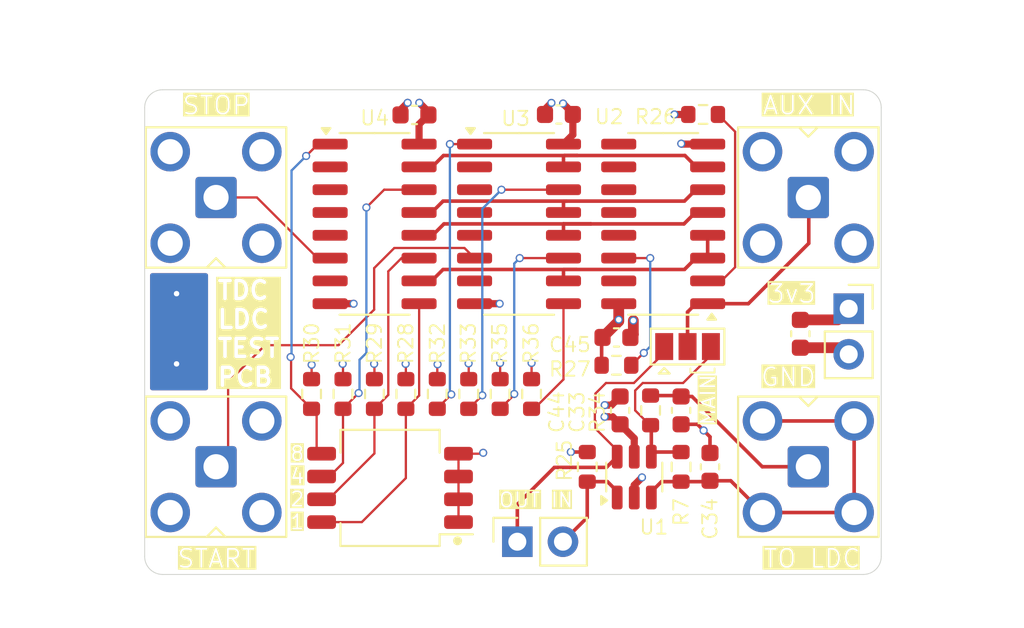
<source format=kicad_pcb>
(kicad_pcb (version 20241229) (generator "pcbnew") (generator_version "9.0")
  (layers (0 "F.Cu" signal) (4 "In1.Cu" signal) (6 "In2.Cu" signal) (2 "B.Cu" signal) (13 "F.Paste" user) (15 "B.Paste" user) (5 "F.SilkS" user "F.Silkscreen") (7 "B.SilkS" user "B.Silkscreen") (1 "F.Mask" user) (3 "B.Mask" user) (25 "Edge.Cuts" user))
  (net 0 "")
  (net 1 "GND")
  (net 2 "+3V3")
  (net 3 "Net-(J6-In)")
  (net 4 "Net-(J6-Ext)")
  (net 5 "Net-(J3-Pin_1)")
  (net 6 "Net-(J3-Pin_2)")
  (net 7 "/START")
  (net 8 "/STOP")
  (net 9 "Net-(U2A-MR)")
  (net 10 "Net-(U2B-MR)")
  (net 11 "/B0_STOP")
  (net 12 "/B1_STOP")
  (net 13 "/B3_STOP")
  (net 14 "/B2_STOP")
  (net 15 "/B3_START")
  (net 16 "/B2_START")
  (net 17 "/B1_START")
  (net 18 "/B0_START")
  (net 19 "/BCD2")
  (net 20 "/BCD0")
  (net 22 "/BCD1")
  (net 27 "/BCD3")
  (net 39 "Net-(JP3-B)")
  (net 40 "Net-(J9-In)")
  (footprint "Connector_PinSocket_2.54mm:PinSocket_1x02_P2.54mm_Vertical" (layer "F.Cu") (at 169.1894 52.197)
    (property "Reference" "J2" (hide yes))
    (property "Value" "Conn_01x02")
    (pad "1" thru_hole rect (at 0 0) (size 1.7 1.7) (drill 1) (layers "*.Cu" "*.Mask") (net 2 "+3V3"))
    (pad "2" thru_hole oval (at 0 2.54) (size 1.7 1.7) (drill 1) (layers "*.Cu" "*.Mask") (net 1 "GND"))
  )
  (footprint "Resistor_SMD:R_0603_1608Metric" (layer "F.Cu") (at 148.03755 56.9468 90)
    (property "Reference" "R33" (at 2.8194 -0.018143 90) (layer "F.SilkS") (effects (font (size 0.8 0.8) (thickness 0.1))))
    (property "Value" "220k")
    (pad "1" smd roundrect (at -0.825 0 90) (size 0.8 0.95) (layers "F.Cu" "F.Mask" "F.Paste") (net 16 "/B2_START"))
    (pad "2" smd roundrect (at 0.825 0 90) (size 0.8 0.95) (layers "F.Cu" "F.Mask" "F.Paste") (net 1 "GND"))
  )
  (footprint "gabe_connectors:SMA_BAT_Wireless_BWSMA-KWE-Z001" (layer "F.Cu") (at 166.9408 61 -90)
    (property "Reference" "J6" (hide yes))
    (property "Value" "Conn_Coaxial")
    (pad "1" thru_hole roundrect (at 0 0 270) (size 2.3 2.3) (drill 1.4) (layers "*.Cu" "*.Mask") (roundrect_rratio 0.087) (net 3 "Net-(J6-In)"))
    (pad "2" thru_hole circle (at -2.55 -2.55 270) (size 2.2 2.2) (drill 1.4) (layers "*.Cu" "*.Mask") (net 4 "Net-(J6-Ext)"))
    (pad "2" thru_hole circle (at -2.55 2.55 270) (size 2.2 2.2) (drill 1.4) (layers "*.Cu" "*.Mask") (net 4 "Net-(J6-Ext)"))
    (pad "2" thru_hole circle (at 2.55 -2.55 270) (size 2.2 2.2) (drill 1.4) (layers "*.Cu" "*.Mask") (net 4 "Net-(J6-Ext)"))
    (pad "2" thru_hole circle (at 2.55 2.55 270) (size 2.2 2.2) (drill 1.4) (layers "*.Cu" "*.Mask") (net 4 "Net-(J6-Ext)"))
  )
  (footprint "Package_SO:SOIC-16_3.9x9.9mm_P1.27mm" (layer "F.Cu") (at 150.8379 47.4726)
    (property "Reference" "U3" (at -0.1905 -5.8674 0) (layer "F.SilkS") (effects (font (size 0.8 0.8) (thickness 0.1))))
    (property "Value" "74HC85D,653")
    (pad "1" smd roundrect (at -2.475 -4.445) (size 1.95 0.6) (layers "F.Cu" "F.Mask" "F.Paste") (net 15 "/B3_START"))
    (pad "2" smd roundrect (at -2.475 -3.175) (size 1.95 0.6) (layers "F.Cu" "F.Mask" "F.Paste"))
    (pad "3" smd roundrect (at -2.475 -1.905) (size 1.95 0.6) (layers "F.Cu" "F.Mask" "F.Paste"))
    (pad "4" smd roundrect (at -2.475 -0.635) (size 1.95 0.6) (layers "F.Cu" "F.Mask" "F.Paste"))
    (pad "5" smd roundrect (at -2.475 0.635) (size 1.95 0.6) (layers "F.Cu" "F.Mask" "F.Paste"))
    (pad "6" smd roundrect (at -2.475 1.905) (size 1.95 0.6) (layers "F.Cu" "F.Mask" "F.Paste") (net 7 "/START"))
    (pad "7" smd roundrect (at -2.475 3.175) (size 1.95 0.6) (layers "F.Cu" "F.Mask" "F.Paste"))
    (pad "8" smd roundrect (at -2.475 4.445) (size 1.95 0.6) (layers "F.Cu" "F.Mask" "F.Paste") (net 1 "GND"))
    (pad "9" smd roundrect (at 2.475 4.445) (size 1.95 0.6) (layers "F.Cu" "F.Mask" "F.Paste") (net 18 "/B0_START"))
    (pad "10" smd roundrect (at 2.475 3.175) (size 1.95 0.6) (layers "F.Cu" "F.Mask" "F.Paste") (net 20 "/BCD0"))
    (pad "11" smd roundrect (at 2.475 1.905) (size 1.95 0.6) (layers "F.Cu" "F.Mask" "F.Paste") (net 17 "/B1_START"))
    (pad "12" smd roundrect (at 2.475 0.635) (size 1.95 0.6) (layers "F.Cu" "F.Mask" "F.Paste") (net 22 "/BCD1"))
    (pad "13" smd roundrect (at 2.475 -0.635) (size 1.95 0.6) (layers "F.Cu" "F.Mask" "F.Paste") (net 19 "/BCD2"))
    (pad "14" smd roundrect (at 2.475 -1.905) (size 1.95 0.6) (layers "F.Cu" "F.Mask" "F.Paste") (net 16 "/B2_START"))
    (pad "15" smd roundrect (at 2.475 -3.175) (size 1.95 0.6) (layers "F.Cu" "F.Mask" "F.Paste") (net 27 "/BCD3"))
    (pad "16" smd roundrect (at 2.475 -4.445) (size 1.95 0.6) (layers "F.Cu" "F.Mask" "F.Paste") (net 2 "+3V3"))
  )
  (footprint "Capacitor_SMD:C_0603_1608Metric" (layer "F.Cu") (at 156.464 57.8612 90)
    (property "Reference" "C44" (at -0.1016 -3.5306 90) (layer "F.SilkS") (effects (font (size 0.8 0.8) (thickness 0.1))))
    (property "Value" "100n")
    (pad "1" smd roundrect (at -0.775 0 90) (size 0.9 0.95) (layers "F.Cu" "F.Mask" "F.Paste") (net 2 "+3V3"))
    (pad "2" smd roundrect (at 0.775 0 90) (size 0.9 0.95) (layers "F.Cu" "F.Mask" "F.Paste") (net 1 "GND"))
  )
  (footprint "Package_SO:SOIC-16_3.9x9.9mm_P1.27mm" (layer "F.Cu") (at 142.7988 47.4726)
    (property "Reference" "U4" (at 0 -5.9 0) (layer "F.SilkS") (effects (font (size 0.8 0.8) (thickness 0.1))))
    (property "Value" "74HC85D,653")
    (pad "1" smd roundrect (at -2.475 -4.445) (size 1.95 0.6) (layers "F.Cu" "F.Mask" "F.Paste") (net 13 "/B3_STOP"))
    (pad "2" smd roundrect (at -2.475 -3.175) (size 1.95 0.6) (layers "F.Cu" "F.Mask" "F.Paste"))
    (pad "3" smd roundrect (at -2.475 -1.905) (size 1.95 0.6) (layers "F.Cu" "F.Mask" "F.Paste"))
    (pad "4" smd roundrect (at -2.475 -0.635) (size 1.95 0.6) (layers "F.Cu" "F.Mask" "F.Paste"))
    (pad "5" smd roundrect (at -2.475 0.635) (size 1.95 0.6) (layers "F.Cu" "F.Mask" "F.Paste"))
    (pad "6" smd roundrect (at -2.475 1.905) (size 1.95 0.6) (layers "F.Cu" "F.Mask" "F.Paste") (net 8 "/STOP"))
    (pad "7" smd roundrect (at -2.475 3.175) (size 1.95 0.6) (layers "F.Cu" "F.Mask" "F.Paste"))
    (pad "8" smd roundrect (at -2.475 4.445) (size 1.95 0.6) (layers "F.Cu" "F.Mask" "F.Paste") (net 1 "GND"))
    (pad "9" smd roundrect (at 2.475 4.445) (size 1.95 0.6) (layers "F.Cu" "F.Mask" "F.Paste") (net 11 "/B0_STOP"))
    (pad "10" smd roundrect (at 2.475 3.175) (size 1.95 0.6) (layers "F.Cu" "F.Mask" "F.Paste") (net 20 "/BCD0"))
    (pad "11" smd roundrect (at 2.475 1.905) (size 1.95 0.6) (layers "F.Cu" "F.Mask" "F.Paste") (net 12 "/B1_STOP"))
    (pad "12" smd roundrect (at 2.475 0.635) (size 1.95 0.6) (layers "F.Cu" "F.Mask" "F.Paste") (net 22 "/BCD1"))
    (pad "13" smd roundrect (at 2.475 -0.635) (size 1.95 0.6) (layers "F.Cu" "F.Mask" "F.Paste") (net 19 "/BCD2"))
    (pad "14" smd roundrect (at 2.475 -1.905) (size 1.95 0.6) (layers "F.Cu" "F.Mask" "F.Paste") (net 14 "/B2_STOP"))
    (pad "15" smd roundrect (at 2.475 -3.175) (size 1.95 0.6) (layers "F.Cu" "F.Mask" "F.Paste") (net 27 "/BCD3"))
    (pad "16" smd roundrect (at 2.475 -4.445) (size 1.95 0.6) (layers "F.Cu" "F.Mask" "F.Paste") (net 2 "+3V3"))
  )
  (footprint "Resistor_SMD:R_0603_1608Metric" (layer "F.Cu") (at 159.858 61.0065 90)
    (property "Reference" "R7" (at -2.518948 0 90) (layer "F.SilkS") (effects (font (size 0.8 0.8) (thickness 0.1))))
    (property "Value" "10Meg")
    (pad "1" smd roundrect (at -0.825 0 90) (size 0.8 0.95) (layers "F.Cu" "F.Mask" "F.Paste") (net 4 "Net-(J6-Ext)"))
    (pad "2" smd roundrect (at 0.825 0 90) (size 0.8 0.95) (layers "F.Cu" "F.Mask" "F.Paste") (net 39 "Net-(JP3-B)"))
  )
  (footprint "Jumper:SolderJumper-3_P1.3mm_Open_Pad1.0x1.5mm" (layer "F.Cu") (at 160.2186 54.3052)
    (property "Reference" "JP3" (hide yes))
    (property "Value" "Jumper_3_Open")
    (pad "1" smd rect (at -1.3 0) (size 1 1.5) (layers "F.Cu" "F.Mask") (net 5 "Net-(J3-Pin_1)"))
    (pad "2" smd rect (at 0 0) (size 1 1.5) (layers "F.Cu" "F.Mask") (net 40 "Net-(J9-In)"))
    (pad "3" smd rect (at 1.3 0) (size 1 1.5) (layers "F.Cu" "F.Mask") (net 39 "Net-(JP3-B)"))
  )
  (footprint "Resistor_SMD:R_0603_1608Metric" (layer "F.Cu") (at 139.290425 56.9468 90)
    (property "Reference" "R30" (at 2.8194 0.010886 90) (layer "F.SilkS") (effects (font (size 0.8 0.8) (thickness 0.1))))
    (property "Value" "220k")
    (pad "1" smd roundrect (at -0.825 0 90) (size 0.8 0.95) (layers "F.Cu" "F.Mask" "F.Paste") (net 13 "/B3_STOP"))
    (pad "2" smd roundrect (at 0.825 0 90) (size 0.8 0.95) (layers "F.Cu" "F.Mask" "F.Paste") (net 1 "GND"))
  )
  (footprint "Button_Switch_SMD:SW_DIP_SPSTx04_Slide_Copal_CHS-04B_W7.62mm_P1.27mm" (layer "F.Cu") (at 143.6592 62.1792 180)
    (property "Reference" "SW1" (hide yes))
    (property "Value" "SW_DIP_x04")
    (pad "1" smd roundrect (at -3.81 -1.905 180) (size 1.6 0.76) (layers "F.Cu" "F.Mask" "F.Paste") (net 2 "+3V3"))
    (pad "2" smd roundrect (at -3.81 -0.635 180) (size 1.6 0.76) (layers "F.Cu" "F.Mask" "F.Paste") (net 2 "+3V3"))
    (pad "3" smd roundrect (at -3.81 0.635 180) (size 1.6 0.76) (layers "F.Cu" "F.Mask" "F.Paste") (net 2 "+3V3"))
    (pad "4" smd roundrect (at -3.81 1.905 180) (size 1.6 0.76) (layers "F.Cu" "F.Mask" "F.Paste") (net 2 "+3V3"))
    (pad "5" smd roundrect (at 3.81 1.905 180) (size 1.6 0.76) (layers "F.Cu" "F.Mask" "F.Paste") (net 13 "/B3_STOP"))
    (pad "6" smd roundrect (at 3.81 0.635 180) (size 1.6 0.76) (layers "F.Cu" "F.Mask" "F.Paste") (net 14 "/B2_STOP"))
    (pad "7" smd roundrect (at 3.81 -0.635 180) (size 1.6 0.76) (layers "F.Cu" "F.Mask" "F.Paste") (net 12 "/B1_STOP"))
    (pad "8" smd roundrect (at 3.81 -1.905 180) (size 1.6 0.76) (layers "F.Cu" "F.Mask" "F.Paste") (net 11 "/B0_STOP"))
  )
  (footprint "Capacitor_SMD:C_0603_1608Metric" (layer "F.Cu") (at 156.2608 53.7972)
    (property "Reference" "C45" (at -2.5908 0.4064 0) (layer "F.SilkS") (effects (font (size 0.8 0.8) (thickness 0.1))))
    (property "Value" "100n")
    (pad "1" smd roundrect (at -0.775 0) (size 0.9 0.95) (layers "F.Cu" "F.Mask" "F.Paste") (net 2 "+3V3"))
    (pad "2" smd roundrect (at 0.775 0) (size 0.9 0.95) (layers "F.Cu" "F.Mask" "F.Paste") (net 1 "GND"))
  )
  (footprint "Capacitor_SMD:C_0603_1608Metric" (layer "F.Cu") (at 161.4678 61.0065 -90)
    (property "Reference" "C34" (at 2.8999 0 90) (layer "F.SilkS") (effects (font (size 0.8 0.8) (thickness 0.1))))
    (property "Value" "1n")
    (pad "1" smd roundrect (at -0.775 0 270) (size 0.9 0.95) (layers "F.Cu" "F.Mask" "F.Paste") (net 1 "GND"))
    (pad "2" smd roundrect (at 0.775 0 270) (size 0.9 0.95) (layers "F.Cu" "F.Mask" "F.Paste") (net 4 "Net-(J6-Ext)"))
  )
  (footprint "Resistor_SMD:R_0603_1608Metric" (layer "F.Cu") (at 142.789275 56.9468 90)
    (property "Reference" "R29" (at 2.8194 0.003629 90) (layer "F.SilkS") (effects (font (size 0.8 0.8) (thickness 0.1))))
    (property "Value" "220k")
    (pad "1" smd roundrect (at -0.825 0 90) (size 0.8 0.95) (layers "F.Cu" "F.Mask" "F.Paste") (net 12 "/B1_STOP"))
    (pad "2" smd roundrect (at 0.825 0 90) (size 0.8 0.95) (layers "F.Cu" "F.Mask" "F.Paste") (net 1 "GND"))
  )
  (footprint "Capacitor_SMD:C_0603_1608Metric" (layer "F.Cu") (at 166.497 53.594 -90)
    (property "Reference" "C29" (hide yes))
    (property "Value" "1u")
    (pad "1" smd roundrect (at -0.775 0 270) (size 0.9 0.95) (layers "F.Cu" "F.Mask" "F.Paste") (net 2 "+3V3"))
    (pad "2" smd roundrect (at 0.775 0 270) (size 0.9 0.95) (layers "F.Cu" "F.Mask" "F.Paste") (net 1 "GND"))
  )
  (footprint "Resistor_SMD:R_0603_1608Metric" (layer "F.Cu") (at 156.2608 55.3466)
    (property "Reference" "R27" (at -2.5908 0.2159 0) (layer "F.SilkS") (effects (font (size 0.8 0.8) (thickness 0.1))))
    (property "Value" "220k")
    (pad "1" smd roundrect (at -0.825 0) (size 0.8 0.95) (layers "F.Cu" "F.Mask" "F.Paste") (net 2 "+3V3"))
    (pad "2" smd roundrect (at 0.825 0) (size 0.8 0.95) (layers "F.Cu" "F.Mask" "F.Paste") (net 10 "Net-(U2B-MR)"))
  )
  (footprint "Package_TO_SOT_SMD:SOT-23-6" (layer "F.Cu") (at 157.2514 61.5765 90)
    (property "Reference" "U1" (at -2.7871 1.0922 180) (layer "F.SilkS") (effects (font (size 0.8 0.8) (thickness 0.1))))
    (property "Value" "74LVC2GU04")
    (pad "1" smd roundrect (at -1.1375 -0.95 90) (size 1.325 0.6) (layers "F.Cu" "F.Mask" "F.Paste") (net 6 "Net-(J3-Pin_2)"))
    (pad "2" smd roundrect (at -1.1375 0 90) (size 1.325 0.6) (layers "F.Cu" "F.Mask" "F.Paste") (net 1 "GND"))
    (pad "3" smd roundrect (at -1.1375 0.95 90) (size 1.325 0.6) (layers "F.Cu" "F.Mask" "F.Paste") (net 4 "Net-(J6-Ext)"))
    (pad "4" smd roundrect (at 1.1375 0.95 90) (size 1.325 0.6) (layers "F.Cu" "F.Mask" "F.Paste") (net 39 "Net-(JP3-B)"))
    (pad "5" smd roundrect (at 1.1375 0 90) (size 1.325 0.6) (layers "F.Cu" "F.Mask" "F.Paste") (net 2 "+3V3"))
    (pad "6" smd roundrect (at 1.1375 -0.95 90) (size 1.325 0.6) (layers "F.Cu" "F.Mask" "F.Paste") (net 5 "Net-(J3-Pin_1)"))
  )
  (footprint "Resistor_SMD:R_0603_1608Metric" (layer "F.Cu") (at 141.03985 56.9468 90)
    (property "Reference" "R31" (at 2.8194 0.007257 90) (layer "F.SilkS") (effects (font (size 0.8 0.8) (thickness 0.1))))
    (property "Value" "220k")
    (pad "1" smd roundrect (at -0.825 0 90) (size 0.8 0.95) (layers "F.Cu" "F.Mask" "F.Paste") (net 14 "/B2_STOP"))
    (pad "2" smd roundrect (at 0.825 0 90) (size 0.8 0.95) (layers "F.Cu" "F.Mask" "F.Paste") (net 1 "GND"))
  )
  (footprint "Resistor_SMD:R_0603_1608Metric" (layer "F.Cu") (at 144.5387 56.9468 90)
    (property "Reference" "R28" (at 2.8194 0 90) (layer "F.SilkS") (effects (font (size 0.8 0.8) (thickness 0.1))))
    (property "Value" "220k")
    (pad "1" smd roundrect (at -0.825 0 90) (size 0.8 0.95) (layers "F.Cu" "F.Mask" "F.Paste") (net 11 "/B0_STOP"))
    (pad "2" smd roundrect (at 0.825 0 90) (size 0.8 0.95) (layers "F.Cu" "F.Mask" "F.Paste") (net 1 "GND"))
  )
  (footprint "Resistor_SMD:R_0603_1608Metric" (layer "F.Cu") (at 161.0828 41.3766 180)
    (property "Reference" "R26" (at 2.6376 -0.127 0) (layer "F.SilkS") (effects (font (size 0.8 0.8) (thickness 0.1))))
    (property "Value" "220k")
    (pad "1" smd roundrect (at -0.825 0 180) (size 0.8 0.95) (layers "F.Cu" "F.Mask" "F.Paste") (net 9 "Net-(U2A-MR)"))
    (pad "2" smd roundrect (at 0.825 0 180) (size 0.8 0.95) (layers "F.Cu" "F.Mask" "F.Paste") (net 1 "GND"))
  )
  (footprint "Package_SO:SOIC-16_3.9x9.9mm_P1.27mm" (layer "F.Cu") (at 158.8628 47.4726 180)
    (property "Reference" "U2" (at 3.0084 5.969 0) (layer "F.SilkS") (effects (font (size 0.8 0.8) (thickness 0.1))))
    (property "Value" "74HC390D,653")
    (pad "1" smd roundrect (at -2.475 -4.445 180) (size 1.95 0.6) (layers "F.Cu" "F.Mask" "F.Paste") (net 40 "Net-(J9-In)"))
    (pad "2" smd roundrect (at -2.475 -3.175 180) (size 1.95 0.6) (layers "F.Cu" "F.Mask" "F.Paste") (net 9 "Net-(U2A-MR)"))
    (pad "3" smd roundrect (at -2.475 -1.905 180) (size 1.95 0.6) (layers "F.Cu" "F.Mask" "F.Paste") (net 20 "/BCD0"))
    (pad "4" smd roundrect (at -2.475 -0.635 180) (size 1.95 0.6) (layers "F.Cu" "F.Mask" "F.Paste") (net 20 "/BCD0"))
    (pad "5" smd roundrect (at -2.475 0.635 180) (size 1.95 0.6) (layers "F.Cu" "F.Mask" "F.Paste") (net 22 "/BCD1"))
    (pad "6" smd roundrect (at -2.475 1.905 180) (size 1.95 0.6) (layers "F.Cu" "F.Mask" "F.Paste") (net 19 "/BCD2"))
    (pad "7" smd roundrect (at -2.475 3.175 180) (size 1.95 0.6) (layers "F.Cu" "F.Mask" "F.Paste") (net 27 "/BCD3"))
    (pad "8" smd roundrect (at -2.475 4.445 180) (size 1.95 0.6) (layers "F.Cu" "F.Mask" "F.Paste") (net 1 "GND"))
    (pad "9" smd roundrect (at 2.475 4.445 180) (size 1.95 0.6) (layers "F.Cu" "F.Mask" "F.Paste"))
    (pad "10" smd roundrect (at 2.475 3.175 180) (size 1.95 0.6) (layers "F.Cu" "F.Mask" "F.Paste"))
    (pad "11" smd roundrect (at 2.475 1.905 180) (size 1.95 0.6) (layers "F.Cu" "F.Mask" "F.Paste"))
    (pad "12" smd roundrect (at 2.475 0.635 180) (size 1.95 0.6) (layers "F.Cu" "F.Mask" "F.Paste"))
    (pad "13" smd roundrect (at 2.475 -0.635 180) (size 1.95 0.6) (layers "F.Cu" "F.Mask" "F.Paste"))
    (pad "14" smd roundrect (at 2.475 -1.905 180) (size 1.95 0.6) (layers "F.Cu" "F.Mask" "F.Paste") (net 10 "Net-(U2B-MR)"))
    (pad "15" smd roundrect (at 2.475 -3.175 180) (size 1.95 0.6) (layers "F.Cu" "F.Mask" "F.Paste"))
    (pad "16" smd roundrect (at 2.475 -4.445 180) (size 1.95 0.6) (layers "F.Cu" "F.Mask" "F.Paste") (net 2 "+3V3"))
  )
  (footprint "Resistor_SMD:R_0603_1608Metric" (layer "F.Cu") (at 158.161 57.861 -90)
    (property "Reference" "R34" (at 0.1018 2.967 90) (layer "F.SilkS") (effects (font (size 0.8 0.8) (thickness 0.1))))
    (property "Value" "49.9")
    (pad "1" smd roundrect (at -0.825 0 270) (size 0.8 0.95) (layers "F.Cu" "F.Mask" "F.Paste") (net 3 "Net-(J6-In)"))
    (pad "2" smd roundrect (at 0.825 0 270) (size 0.8 0.95) (layers "F.Cu" "F.Mask" "F.Paste") (net 39 "Net-(JP3-B)"))
  )
  (footprint "Connector_PinSocket_2.54mm:PinSocket_1x02_P2.54mm_Vertical" (layer "F.Cu") (at 150.7436 65.1768 90)
    (property "Reference" "J3" (hide yes))
    (property "Value" "Conn_01x02")
    (pad "1" thru_hole rect (at 0 0 90) (size 1.7 1.7) (drill 1) (layers "*.Cu" "*.Mask") (net 5 "Net-(J3-Pin_1)"))
    (pad "2" thru_hole oval (at 0 2.54 90) (size 1.7 1.7) (drill 1) (layers "*.Cu" "*.Mask") (net 6 "Net-(J3-Pin_2)"))
  )
  (footprint "Resistor_SMD:R_0603_1608Metric" (layer "F.Cu") (at 146.288125 56.9468 90)
    (property "Reference" "R32" (at 2.8194 0.014514 90) (layer "F.SilkS") (effects (font (size 0.8 0.8) (thickness 0.1))))
    (property "Value" "220k")
    (pad "1" smd roundrect (at -0.825 0 90) (size 0.8 0.95) (layers "F.Cu" "F.Mask" "F.Paste") (net 15 "/B3_START"))
    (pad "2" smd roundrect (at 0.825 0 90) (size 0.8 0.95) (layers "F.Cu" "F.Mask" "F.Paste") (net 1 "GND"))
  )
  (footprint "gabe_connectors:SMA_BAT_Wireless_BWSMA-KWE-Z001" (layer "F.Cu") (at 166.9408 46 -90)
    (property "Reference" "J9" (hide yes))
    (property "Value" "Conn_Coaxial")
    (pad "1" thru_hole roundrect (at 0 0 270) (size 2.3 2.3) (drill 1.4) (layers "*.Cu" "*.Mask") (roundrect_rratio 0.087) (net 40 "Net-(J9-In)"))
    (pad "2" thru_hole circle (at -2.55 -2.55 270) (size 2.2 2.2) (drill 1.4) (layers "*.Cu" "*.Mask") (net 1 "GND"))
    (pad "2" thru_hole circle (at -2.55 2.55 270) (size 2.2 2.2) (drill 1.4) (layers "*.Cu" "*.Mask") (net 1 "GND"))
    (pad "2" thru_hole circle (at 2.55 -2.55 270) (size 2.2 2.2) (drill 1.4) (layers "*.Cu" "*.Mask") (net 1 "GND"))
    (pad "2" thru_hole circle (at 2.55 2.55 270) (size 2.2 2.2) (drill 1.4) (layers "*.Cu" "*.Mask") (net 1 "GND"))
  )
  (footprint "Capacitor_SMD:C_0603_1608Metric" (layer "F.Cu") (at 153.0579 41.3766 180)
    (property "Reference" "C46" (hide yes))
    (property "Value" "100n")
    (pad "1" smd roundrect (at -0.775 0 180) (size 0.9 0.95) (layers "F.Cu" "F.Mask" "F.Paste") (net 2 "+3V3"))
    (pad "2" smd roundrect (at 0.775 0 180) (size 0.9 0.95) (layers "F.Cu" "F.Mask" "F.Paste") (net 1 "GND"))
  )
  (footprint "gabe_connectors:SMA_BAT_Wireless_BWSMA-KWE-Z001" (layer "F.Cu") (at 133.973 46 90)
    (property "Reference" "J8" (hide yes))
    (property "Value" "Conn_Coaxial")
    (pad "1" thru_hole roundrect (at 0 0 90) (size 2.3 2.3) (drill 1.4) (layers "*.Cu" "*.Mask") (roundrect_rratio 0.087) (net 8 "/STOP"))
    (pad "2" thru_hole circle (at -2.55 -2.55 90) (size 2.2 2.2) (drill 1.4) (layers "*.Cu" "*.Mask") (net 1 "GND"))
    (pad "2" thru_hole circle (at -2.55 2.55 90) (size 2.2 2.2) (drill 1.4) (layers "*.Cu" "*.Mask") (net 1 "GND"))
    (pad "2" thru_hole circle (at 2.55 -2.55 90) (size 2.2 2.2) (drill 1.4) (layers "*.Cu" "*.Mask") (net 1 "GND"))
    (pad "2" thru_hole circle (at 2.55 2.55 90) (size 2.2 2.2) (drill 1.4) (layers "*.Cu" "*.Mask") (net 1 "GND"))
  )
  (footprint "Resistor_SMD:R_0603_1608Metric" (layer "F.Cu") (at 151.5364 56.9468 90)
    (property "Reference" "R36" (at 2.8194 -0.0254 90) (layer "F.SilkS") (effects (font (size 0.8 0.8) (thickness 0.1))))
    (property "Value" "220k")
    (pad "1" smd roundrect (at -0.825 0 90) (size 0.8 0.95) (layers "F.Cu" "F.Mask" "F.Paste") (net 18 "/B0_START"))
    (pad "2" smd roundrect (at 0.825 0 90) (size 0.8 0.95) (layers "F.Cu" "F.Mask" "F.Paste") (net 1 "GND"))
  )
  (footprint "Capacitor_SMD:C_0603_1608Metric" (layer "F.Cu") (at 145.0188 41.402 180)
    (property "Reference" "C47" (hide yes))
    (property "Value" "100n")
    (pad "1" smd roundrect (at -0.775 0 180) (size 0.9 0.95) (layers "F.Cu" "F.Mask" "F.Paste") (net 2 "+3V3"))
    (pad "2" smd roundrect (at 0.775 0 180) (size 0.9 0.95) (layers "F.Cu" "F.Mask" "F.Paste") (net 1 "GND"))
  )
  (footprint "Resistor_SMD:R_0603_1608Metric" (layer "F.Cu") (at 149.786975 56.9468 90)
    (property "Reference" "R35" (at 2.8194 -0.021771 90) (layer "F.SilkS") (effects (font (size 0.8 0.8) (thickness 0.1))))
    (property "Value" "220k")
    (pad "1" smd roundrect (at -0.825 0 90) (size 0.8 0.95) (layers "F.Cu" "F.Mask" "F.Paste") (net 17 "/B1_START"))
    (pad "2" smd roundrect (at 0.825 0 90) (size 0.8 0.95) (layers "F.Cu" "F.Mask" "F.Paste") (net 1 "GND"))
  )
  (footprint "Capacitor_SMD:C_0603_1608Metric" (layer "F.Cu") (at 159.858 57.861 90)
    (property "Reference" "C33" (at -0.1018 -5.7943 90) (layer "F.SilkS") (effects (font (size 0.8 0.8) (thickness 0.1))))
    (property "Value" "1n")
    (pad "1" smd roundrect (at -0.775 0 90) (size 0.9 0.95) (layers "F.Cu" "F.Mask" "F.Paste") (net 1 "GND"))
    (pad "2" smd roundrect (at 0.775 0 90) (size 0.9 0.95) (layers "F.Cu" "F.Mask" "F.Paste") (net 3 "Net-(J6-In)"))
  )
  (footprint "Resistor_SMD:R_0603_1608Metric" (layer "F.Cu") (at 154.6352 61.0065 90)
    (property "Reference" "R25" (at 0.3513 -1.27 90) (layer "F.SilkS") (effects (font (size 0.8 0.8) (thickness 0.1))))
    (property "Value" "220k")
    (pad "1" smd roundrect (at -0.825 0 90) (size 0.8 0.95) (layers "F.Cu" "F.Mask" "F.Paste") (net 6 "Net-(J3-Pin_2)"))
    (pad "2" smd roundrect (at 0.825 0 90) (size 0.8 0.95) (layers "F.Cu" "F.Mask" "F.Paste") (net 1 "GND"))
  )
  (footprint "gabe_connectors:SMA_BAT_Wireless_BWSMA-KWE-Z001" (layer "F.Cu") (at 133.973 61 90)
    (property "Reference" "J7" (hide yes))
    (property "Value" "Conn_Coaxial")
    (pad "1" thru_hole roundrect (at 0 0 90) (size 2.3 2.3) (drill 1.4) (layers "*.Cu" "*.Mask") (roundrect_rratio 0.087) (net 7 "/START"))
    (pad "2" thru_hole circle (at -2.55 -2.55 90) (size 2.2 2.2) (drill 1.4) (layers "*.Cu" "*.Mask") (net 1 "GND"))
    (pad "2" thru_hole circle (at -2.55 2.55 90) (size 2.2 2.2) (drill 1.4) (layers "*.Cu" "*.Mask") (net 1 "GND"))
    (pad "2" thru_hole circle (at 2.55 -2.55 90) (size 2.2 2.2) (drill 1.4) (layers "*.Cu" "*.Mask") (net 1 "GND"))
    (pad "2" thru_hole circle (at 2.55 2.55 90) (size 2.2 2.2) (drill 1.4) (layers "*.Cu" "*.Mask") (net 1 "GND"))
  )
  (gr_line (start 161.7218 55.753) (end 160.3756 55.753) (stroke (width 0.1)) (layer "F.SilkS"))
  (gr_circle (center 147.4184 65.1256) (end 147.6184 65.1256) (stroke (width 0.1)) (fill yes) (layer "F.SilkS"))
  (gr_line (start 161.7218 55.5244) (end 161.7218 55.753) (stroke (width 0.1)) (layer "F.SilkS"))
  (gr_line (start 160.3756 55.753) (end 160.3756 55.5244) (stroke (width 0.1)) (layer "F.SilkS"))
  (gr_line (start 171 66) (end 171 41) (stroke (width 0.05)) (layer "Edge.Cuts"))
  (gr_arc (start 171 66) (mid 170.707107 66.707107) (end 170 67) (stroke (width 0.05)) (layer "Edge.Cuts"))
  (gr_arc (start 131 67) (mid 130.292893 66.707107) (end 130 66) (stroke (width 0.05)) (layer "Edge.Cuts"))
  (gr_line (start 170 40) (end 131 40) (stroke (width 0.05)) (layer "Edge.Cuts"))
  (gr_line (start 130 41) (end 130 66) (stroke (width 0.05)) (layer "Edge.Cuts"))
  (gr_arc (start 130 41) (mid 130.292893 40.292893) (end 131 40) (stroke (width 0.05)) (layer "Edge.Cuts"))
  (gr_line (start 131 67) (end 170 67) (stroke (width 0.05)) (layer "Edge.Cuts"))
  (gr_arc (start 170 40) (mid 170.707107 40.292893) (end 171 41) (stroke (width 0.05)) (layer "Edge.Cuts"))
  (gr_text "IN" (at 152.5524 63.3222 0) (layer "F.SilkS" knockout) (effects (font (size 0.8 0.8) (thickness 0.1)) (justify left bottom)))
  (gr_text "TDC \nLDC\nTEST \nPCB" (at 133.9596 56.5912 0) (layer "F.SilkS" knockout) (effects (font (size 1 1) (thickness 0.2) (bold yes)) (justify left bottom)))
  (gr_text "TO LDC" (at 164.3888 66.7004 0) (layer "F.SilkS" knockout) (effects (font (size 1 1) (thickness 0.1)) (justify left bottom)))
  (gr_text "OUT" (at 149.6568 63.3222 0) (layer "F.SilkS" knockout) (effects (font (size 0.8 0.8) (thickness 0.1)) (justify left bottom)))
  (gr_text "GND" (at 164.2364 56.5912 0) (layer "F.SilkS" knockout) (effects (font (size 1 1) (thickness 0.1)) (justify left bottom)))
  (gr_text "1" (at 138.049 64.5407 0) (layer "F.SilkS" knockout) (effects (font (size 0.8 0.8) (thickness 0.1)) (justify left bottom)))
  (gr_text "START" (at 131.756333 66.7004 0) (layer "F.SilkS" knockout) (effects (font (size 1 1) (thickness 0.1)) (justify left bottom)))
  (gr_text "2" (at 138.049 63.2707 0) (layer "F.SilkS" knockout) (effects (font (size 0.8 0.8) (thickness 0.1)) (justify left bottom)))
  (gr_text "8" (at 138.049 60.7307 0) (layer "F.SilkS" knockout) (effects (font (size 0.8 0.8) (thickness 0.1)) (justify left bottom)))
  (gr_text "MAIN" (at 161.8234 58.7502 90) (layer "F.SilkS" knockout) (effects (font (size 0.8 0.8) (thickness 0.1)) (justify left bottom)))
  (gr_text "AUX IN" (at 164.344772 41.4528 0) (layer "F.SilkS" knockout) (effects (font (size 1 1) (thickness 0.1)) (justify left bottom)))
  (gr_text "STOP" (at 132.042048 41.4528 0) (layer "F.SilkS" knockout) (effects (font (size 1 1) (thickness 0.1)) (justify left bottom)))
  (gr_text "4" (at 138.049 62.0007 0) (layer "F.SilkS" knockout) (effects (font (size 0.8 0.8) (thickness 0.1)) (justify left bottom)))
  (gr_text "3v3" (at 164.617352 51.943 0) (layer "F.SilkS" knockout) (effects (font (size 1 1) (thickness 0.1)) (justify left bottom)))
  (segment (start 161.4678 60.2315) (end 161.4678 59.3344) (width 0.2) (layer "F.Cu") (net 1))
  (segment (start 168.8214 54.369) (end 169.1894 54.737) (width 0.6) (layer "F.Cu") (net 1))
  (segment (start 139.2936 55.3212) (end 139.2936 56.118625) (width 0.127) (layer "F.Cu") (net 1))
  (segment (start 142.7734 55.36565) (end 142.789275 55.381525) (width 0.127) (layer "F.Cu") (net 1))
  (segment (start 160.7694 58.636) (end 161.1122 58.9788) (width 0.2) (layer "F.Cu") (net 1))
  (segment (start 148.3629 51.9176) (end 149.7584 51.9176) (width 0.4) (layer "F.Cu") (net 1))
  (segment (start 159.858 58.636) (end 160.7694 58.636) (width 0.2) (layer "F.Cu") (net 1))
  (segment (start 166.497 54.369) (end 168.8214 54.369) (width 0.6) (layer "F.Cu") (net 1))
  (segment (start 142.7734 55.2704) (end 142.7734 55.36565) (width 0.127) (layer "F.Cu") (net 1))
  (segment (start 144.2438 41.402) (end 144.2438 41.119197) (width 0.4) (layer "F.Cu") (net 1))
  (segment (start 157.2006 53.6324) (end 157.2006 52.8574) (width 0.6) (layer "F.Cu") (net 1))
  (segment (start 161.4678 59.3344) (end 161.1122 58.9788) (width 0.2) (layer "F.Cu") (net 1))
  (segment (start 144.526 55.3466) (end 144.5387 55.3593) (width 0.127) (layer "F.Cu") (net 1))
  (segment (start 159.4866 41.3766) (end 160.2578 41.3766) (width 0.4) (layer "F.Cu") (net 1))
  (segment (start 144.5387 55.3593) (end 144.5387 56.1218) (width 0.127) (layer "F.Cu") (net 1))
  (segment (start 159.893 43.0276) (end 159.8676 43.0022) (width 0.4) (layer "F.Cu") (net 1))
  (segment (start 140.3238 51.9176) (end 141.6304 51.9176) (width 0.4) (layer "F.Cu") (net 1))
  (segment (start 144.2438 41.119197) (end 144.637997 40.725) (width 0.4) (layer "F.Cu") (net 1))
  (segment (start 144.526 55.2704) (end 144.526 55.3466) (width 0.127) (layer "F.Cu") (net 1))
  (segment (start 146.288125 56.1218) (end 146.288125 55.311675) (width 0.127) (layer "F.Cu") (net 1))
  (segment (start 152.2829 41.3766) (end 152.2829 41.088042) (width 0.4) (layer "F.Cu") (net 1))
  (segment (start 152.2829 41.088042) (end 152.639998 40.730944) (width 0.4) (layer "F.Cu") (net 1))
  (segment (start 149.786975 55.222775) (end 149.786975 56.1218) (width 0.127) (layer "F.Cu") (net 1))
  (segment (start 148.03755 55.25135) (end 148.03755 56.1218) (width 0.127) (layer "F.Cu") (net 1))
  (segment (start 141.03985 55.28945) (end 141.0208 55.2704) (width 0.127) (layer "F.Cu") (net 1))
  (segment (start 139.2936 56.118625) (end 139.290425 56.1218) (width 0.127) (layer "F.Cu") (net 1))
  (segment (start 157.2514 62.0268) (end 157.6832 61.595) (width 0.4) (layer "F.Cu") (net 1))
  (segment (start 149.7838 55.2196) (end 149.786975 55.222775) (width 0.127) (layer "F.Cu") (net 1))
  (segment (start 161.3378 43.0276) (end 159.893 43.0276) (width 0.4) (layer "F.Cu") (net 1))
  (segment (start 151.5364 56.1218) (end 151.5364 55.2196) (width 0.127) (layer "F.Cu") (net 1))
  (segment (start 155.980733 57.569467) (end 156.464 57.0862) (width 0.4) (layer "F.Cu") (net 1))
  (segment (start 148.0312 55.245) (end 148.03755 55.25135) (width 0.127) (layer "F.Cu") (net 1))
  (segment (start 146.288125 55.311675) (end 146.304 55.2958) (width 0.127) (layer "F.Cu") (net 1))
  (segment (start 157.2514 62.714) (end 157.2514 62.0268) (width 0.4) (layer "F.Cu") (net 1))
  (segment (start 148.03755 56.170762) (end 148.0312 56.177112) (width 0.127) (layer "F.Cu") (net 1))
  (segment (start 142.789275 55.381525) (end 142.789275 56.1218) (width 0.127) (layer "F.Cu") (net 1))
  (segment (start 155.608448 57.569467) (end 155.980733 57.569467) (width 0.4) (layer "F.Cu") (net 1))
  (segment (start 141.03985 56.1218) (end 141.03985 55.28945) (width 0.127) (layer "F.Cu") (net 1))
  (segment (start 157.0358 53.7972) (end 157.2006 53.6324) (width 0.6) (layer "F.Cu") (net 1))
  (segment (start 153.7208 60.1815) (end 154.6352 60.1815) (width 0.2) (layer "F.Cu") (net 1))
  (via (at 157.2006 52.8574) (size 0.45) (drill 0.3) (layers "F.Cu" "B.Cu") (net 1))
  (via (at 159.4866 41.3766) (size 0.45) (drill 0.3) (layers "F.Cu" "B.Cu") (net 1))
  (via (at 141.6304 51.9176) (size 0.45) (drill 0.3) (layers "F.Cu" "B.Cu") (net 1))
  (via (at 161.1122 58.9788) (size 0.45) (drill 0.3) (layers "F.Cu" "B.Cu") (net 1))
  (via (at 141.0208 55.2704) (size 0.45) (drill 0.3) (layers "F.Cu" "B.Cu") (net 1))
  (via (at 131.7752 51.3588) (size 0.45) (drill 0.3) (layers "F.Cu" "B.Cu") (net 1))
  (via (at 157.6832 61.595) (size 0.45) (drill 0.3) (layers "F.Cu" "B.Cu") (net 1))
  (via (at 151.5364 55.2196) (size 0.45) (drill 0.3) (layers "F.Cu" "B.Cu") (net 1))
  (via (at 142.7734 55.2704) (size 0.45) (drill 0.3) (layers "F.Cu" "B.Cu") (net 1))
  (via (at 144.526 55.2704) (size 0.45) (drill 0.3) (layers "F.Cu" "B.Cu") (net 1))
  (via (at 148.0312 55.245) (size 0.45) (drill 0.3) (layers "F.Cu" "B.Cu") (net 1))
  (via (at 149.7838 55.2196) (size 0.45) (drill 0.3) (layers "F.Cu" "B.Cu") (net 1))
  (via (at 152.639998 40.730944) (size 0.45) (drill 0.3) (layers "F.Cu" "B.Cu") (net 1))
  (via (at 149.7584 51.9176) (size 0.45) (drill 0.3) (layers "F.Cu" "B.Cu") (net 1))
  (via (at 155.608448 57.569467) (size 0.45) (drill 0.3) (layers "F.Cu" "B.Cu") (net 1))
  (via (at 146.304 55.2958) (size 0.45) (drill 0.3) (layers "F.Cu" "B.Cu") (net 1))
  (via (at 144.637997 40.725) (size 0.45) (drill 0.3) (layers "F.Cu" "B.Cu") (net 1))
  (via (at 153.7208 60.1815) (size 0.45) (drill 0.3) (layers "F.Cu" "B.Cu") (net 1))
  (via (at 131.7752 55.2704) (size 0.45) (drill 0.3) (layers "F.Cu" "B.Cu") (net 1))
  (via (at 139.2936 55.3212) (size 0.45) (drill 0.3) (layers "F.Cu" "B.Cu") (net 1))
  (via (at 159.8676 43.0022) (size 0.45) (drill 0.3) (layers "F.Cu" "B.Cu") (net 1))
  (segment (start 168.5674 52.819) (end 169.1894 52.197) (width 0.6) (layer "F.Cu") (net 2))
  (segment (start 153.8329 42.5076) (end 153.3129 43.0276) (width 0.4) (layer "F.Cu") (net 2))
  (segment (start 155.4358 53.8472) (end 155.4858 53.7972) (width 0.2) (layer "F.Cu") (net 2))
  (segment (start 156.3878 52.8066) (end 156.3878 52.8952) (width 0.6) (layer "F.Cu") (net 2))
  (segment (start 153.8329 41.3109) (end 153.289 40.767) (width 0.4) (layer "F.Cu") (net 2))
  (segment (start 147.4692 60.2742) (end 148.7932 60.2742) (width 0.127) (layer "F.Cu") (net 2))
  (segment (start 153.8329 41.3766) (end 153.8329 41.3109) (width 0.4) (layer "F.Cu") (net 2))
  (segment (start 156.3878 52.8952) (end 155.4858 53.7972) (width 0.6) (layer "F.Cu") (net 2))
  (segment (start 145.7938 41.402) (end 145.2738 41.922) (width 0.4) (layer "F.Cu") (net 2))
  (segment (start 155.605088 58.2168) (end 156.0446 58.2168) (width 0.4) (layer "F.Cu") (net 2))
  (segment (start 145.7938 41.402) (end 145.7938 41.2308) (width 0.4) (layer "F.Cu") (net 2))
  (segment (start 166.497 52.819) (end 168.5674 52.819) (width 0.6) (layer "F.Cu") (net 2))
  (segment (start 153.8329 41.3766) (end 153.8329 42.5076) (width 0.4) (layer "F.Cu") (net 2))
  (segment (start 156.0446 58.2168) (end 156.464 58.6362) (width 0.4) (layer "F.Cu") (net 2))
  (segment (start 145.7938 41.2308) (end 145.288 40.725) (width 0.4) (layer "F.Cu") (net 2))
  (segment (start 155.4358 55.3466) (end 155.4358 53.8472) (width 0.2) (layer "F.Cu") (net 2))
  (segment (start 157.2514 60.439) (end 157.2514 59.4236) (width 0.4) (layer "F.Cu") (net 2))
  (segment (start 155.602446 58.219442) (end 155.605088 58.2168) (width 0.4) (layer "F.Cu") (net 2))
  (segment (start 145.2738 41.922) (end 145.2738 43.0276) (width 0.4) (layer "F.Cu") (net 2))
  (segment (start 147.4692 64.0842) (end 147.4692 60.2742) (width 0.127) (layer "F.Cu") (net 2))
  (segment (start 148.7932 60.2742) (end 148.844 60.2234) (width 0.127) (layer "F.Cu") (net 2))
  (segment (start 156.3878 51.9176) (end 156.3878 52.8066) (width 0.6) (layer "F.Cu") (net 2))
  (segment (start 157.2514 59.4236) (end 156.464 58.6362) (width 0.4) (layer "F.Cu") (net 2))
  (via (at 153.289 40.767) (size 0.45) (drill 0.3) (layers "F.Cu" "B.Cu") (net 2))
  (via (at 148.844 60.2234) (size 0.45) (drill 0.3) (layers "F.Cu" "B.Cu") (net 2))
  (via (at 156.3878 52.8066) (size 0.45) (drill 0.3) (layers "F.Cu" "B.Cu") (net 2))
  (via (at 145.288 40.725) (size 0.45) (drill 0.3) (layers "F.Cu" "B.Cu") (net 2))
  (via (at 155.602446 58.219442) (size 0.45) (drill 0.3) (layers "F.Cu" "B.Cu") (net 2))
  (segment (start 159.858 57.086) (end 160.464 57.086) (width 0.2) (layer "F.Cu") (net 3))
  (segment (start 158.161 57.036) (end 159.808 57.036) (width 0.2) (layer "F.Cu") (net 3))
  (segment (start 164.378 61) (end 166.9408 61) (width 0.2) (layer "F.Cu") (net 3))
  (segment (start 160.464 57.086) (end 164.378 61) (width 0.2) (layer "F.Cu") (net 3))
  (segment (start 159.808 57.036) (end 159.858 57.086) (width 0.2) (layer "F.Cu") (net 3))
  (segment (start 162.6223 61.7815) (end 161.4678 61.7815) (width 0.2) (layer "F.Cu") (net 4))
  (segment (start 158.2014 62.3976) (end 158.2014 62.714) (width 0.2) (layer "F.Cu") (net 4))
  (segment (start 159.858 61.8315) (end 158.7675 61.8315) (width 0.2) (layer "F.Cu") (net 4))
  (segment (start 158.7675 61.8315) (end 158.2014 62.3976) (width 0.2) (layer "F.Cu") (net 4))
  (segment (start 169.4908 63.55) (end 164.3908 63.55) (width 0.2) (layer "F.Cu") (net 4))
  (segment (start 169.4908 58.45) (end 169.4908 63.55) (width 0.2) (layer "F.Cu") (net 4))
  (segment (start 164.3908 63.55) (end 162.6223 61.7815) (width 0.2) (layer "F.Cu") (net 4))
  (segment (start 161.4178 61.8315) (end 161.4678 61.7815) (width 0.2) (layer "F.Cu") (net 4))
  (segment (start 159.858 61.8315) (end 161.4178 61.8315) (width 0.2) (layer "F.Cu") (net 4))
  (segment (start 164.3908 58.45) (end 169.4908 58.45) (width 0.2) (layer "F.Cu") (net 4))
  (segment (start 156.2608 60.0456) (end 156.2608 60.4266) (width 0.127) (layer "F.Cu") (net 5))
  (segment (start 150.7436 65.1768) (end 150.7436 63.099) (width 0.2) (layer "F.Cu") (net 5))
  (segment (start 155.0924 58.451858) (end 155.0924 58.8772) (width 0.127) (layer "F.Cu") (net 5))
  (segment (start 150.7436 63.099) (end 152.8064 61.0362) (width 0.2) (layer "F.Cu") (net 5))
  (segment (start 155.0601 58.419558) (end 155.0924 58.451858) (width 0.127) (layer "F.Cu") (net 5))
  (segment (start 155.0924 56.9214) (end 155.0924 57.981742) (width 0.127) (layer "F.Cu") (net 5))
  (segment (start 155.0601 58.014042) (end 155.0601 58.419558) (width 0.127) (layer "F.Cu") (net 5))
  (segment (start 158.9186 54.3052) (end 158.9186 54.651244) (width 0.127) (layer "F.Cu") (net 5))
  (segment (start 155.6766 56.3372) (end 155.0924 56.9214) (width 0.127) (layer "F.Cu") (net 5))
  (segment (start 157.232644 56.3372) (end 155.6766 56.3372) (width 0.127) (layer "F.Cu") (net 5))
  (segment (start 155.0924 58.8772) (end 156.2608 60.0456) (width 0.127) (layer "F.Cu") (net 5))
  (segment (start 155.0924 57.981742) (end 155.0601 58.014042) (width 0.127) (layer "F.Cu") (net 5))
  (segment (start 155.7042 61.0362) (end 156.3014 60.439) (width 0.2) (layer "F.Cu") (net 5))
  (segment (start 152.8064 61.0362) (end 155.7042 61.0362) (width 0.2) (layer "F.Cu") (net 5))
  (segment (start 158.9186 54.651244) (end 157.232644 56.3372) (width 0.127) (layer "F.Cu") (net 5))
  (segment (start 156.2862 62.357) (end 156.2862 62.4078) (width 0.2) (layer "F.Cu") (net 6))
  (segment (start 154.6352 63.8252) (end 153.2836 65.1768) (width 0.2) (layer "F.Cu") (net 6))
  (segment (start 154.6352 61.8315) (end 155.7607 61.8315) (width 0.2) (layer "F.Cu") (net 6))
  (segment (start 155.7607 61.8315) (end 156.2862 62.357) (width 0.2) (layer "F.Cu") (net 6))
  (segment (start 154.6352 61.8315) (end 154.6352 63.8252) (width 0.2) (layer "F.Cu") (net 6))
  (segment (start 147.7984 48.8131) (end 143.8967 48.8131) (width 0.127) (layer "F.Cu") (net 7))
  (segment (start 142.7734 52.2478) (end 140.7922 54.229) (width 0.127) (layer "F.Cu") (net 7))
  (segment (start 136.7028 54.229) (end 134.6454 56.2864) (width 0.127) (layer "F.Cu") (net 7))
  (segment (start 140.7922 54.229) (end 136.7028 54.229) (width 0.127) (layer "F.Cu") (net 7))
  (segment (start 134.6454 56.2864) (end 134.6454 60.3276) (width 0.127) (layer "F.Cu") (net 7))
  (segment (start 143.8967 48.8131) (end 142.7734 49.9364) (width 0.127) (layer "F.Cu") (net 7))
  (segment (start 134.6454 60.3276) (end 133.973 61) (width 0.127) (layer "F.Cu") (net 7))
  (segment (start 142.7734 49.9364) (end 142.7734 52.2478) (width 0.127) (layer "F.Cu") (net 7))
  (segment (start 148.3629 49.3776) (end 147.7984 48.8131) (width 0.127) (layer "F.Cu") (net 7))
  (segment (start 140.3238 49.3776) (end 139.6238 49.3776) (width 0.127) (layer "F.Cu") (net 8))
  (segment (start 136.2462 46) (end 133.973 46) (width 0.127) (layer "F.Cu") (net 8))
  (segment (start 139.6238 49.3776) (end 136.2462 46) (width 0.127) (layer "F.Cu") (net 8))
  (segment (start 161.3378 50.6476) (end 162.1028 50.6476) (width 0.127) (layer "F.Cu") (net 9))
  (segment (start 162.8648 49.8856) (end 162.8648 42.3336) (width 0.127) (layer "F.Cu") (net 9))
  (segment (start 162.1028 50.6476) (end 162.8648 49.8856) (width 0.127) (layer "F.Cu") (net 9))
  (segment (start 162.8648 42.3336) (end 161.9078 41.3766) (width 0.127) (layer "F.Cu") (net 9))
  (segment (start 156.3878 49.3776) (end 158.1404 49.3776) (width 0.127) (layer "F.Cu") (net 10))
  (segment (start 157.7716 54.6608) (end 157.0858 55.3466) (width 0.127) (layer "F.Cu") (net 10))
  (segment (start 157.7848 54.6608) (end 157.7716 54.6608) (width 0.127) (layer "F.Cu") (net 10))
  (via (at 157.7848 54.6608) (size 0.45) (drill 0.3) (layers "F.Cu" "B.Cu") (net 10))
  (via (at 158.1404 49.3776) (size 0.45) (drill 0.3) (layers "F.Cu" "B.Cu") (net 10))
  (segment (start 158.1404 49.3776) (end 158.1404 54.3052) (width 0.127) (layer "B.Cu") (net 10))
  (segment (start 158.1404 54.3052) (end 157.7848 54.6608) (width 0.127) (layer "B.Cu") (net 10))
  (segment (start 139.8492 64.0842) (end 142.0876 64.0842) (width 0.127) (layer "F.Cu") (net 11))
  (segment (start 144.5387 61.6331) (end 144.5387 57.7718) (width 0.127) (layer "F.Cu") (net 11))
  (segment (start 142.0876 64.0842) (end 144.5387 61.6331) (width 0.127) (layer "F.Cu") (net 11))
  (segment (start 145.2738 51.9176) (end 145.2782 51.922) (width 0.127) (layer "F.Cu") (net 11))
  (segment (start 145.2782 57.0323) (end 144.5387 57.7718) (width 0.127) (layer "F.Cu") (net 11))
  (segment (start 145.2782 51.922) (end 145.2782 57.0323) (width 0.127) (layer "F.Cu") (net 11))
  (segment (start 143.5608 57.000275) (end 142.789275 57.7718) (width 0.127) (layer "F.Cu") (net 12))
  (segment (start 140.2334 62.8142) (end 142.789275 60.258325) (width 0.127) (layer "F.Cu") (net 12))
  (segment (start 142.789275 60.258325) (end 142.789275 57.7718) (width 0.127) (layer "F.Cu") (net 12))
  (segment (start 142.789275 57.7718) (end 142.789275 57.718325) (width 0.127) (layer "F.Cu") (net 12))
  (segment (start 143.5608 50.115601) (end 143.5608 57.000275) (width 0.127) (layer "F.Cu") (net 12))
  (segment (start 139.8492 62.8142) (end 140.2334 62.8142) (width 0.127) (layer "F.Cu") (net 12))
  (segment (start 144.298801 49.3776) (end 143.5608 50.115601) (width 0.127) (layer "F.Cu") (net 12))
  (segment (start 145.2738 49.3776) (end 144.298801 49.3776) (width 0.127) (layer "F.Cu") (net 12))
  (segment (start 139.573 58.054375) (end 139.573 59.998) (width 0.127) (layer "F.Cu") (net 13))
  (segment (start 139.573 59.998) (end 139.8492 60.2742) (width 0.127) (layer "F.Cu") (net 13))
  (segment (start 139.290425 57.7718) (end 138.1506 56.631975) (width 0.127) (layer "F.Cu") (net 13))
  (segment (start 139.290425 57.7718) (end 139.573 58.054375) (width 0.127) (layer "F.Cu") (net 13))
  (segment (start 138.9888 43.688) (end 139.6492 43.0276) (width 0.127) (layer "F.Cu") (net 13))
  (segment (start 138.1506 56.631975) (end 138.1506 54.9148) (width 0.127) (layer "F.Cu") (net 13))
  (segment (start 138.1506 54.9148) (end 138.1252 54.8894) (width 0.127) (layer "F.Cu") (net 13))
  (via (at 138.1252 54.8894) (size 0.45) (drill 0.3) (layers "F.Cu" "B.Cu") (net 13))
  (via (at 138.9888 43.688) (size 0.45) (drill 0.3) (layers "F.Cu" "B.Cu") (net 13))
  (segment (start 138.1252 54.8894) (end 138.176 54.8386) (width 0.127) (layer "B.Cu") (net 13))
  (segment (start 138.176 54.8386) (end 138.176 44.5008) (width 0.127) (layer "B.Cu") (net 13))
  (segment (start 138.176 44.5008) (end 138.9888 43.688) (width 0.127) (layer "B.Cu") (net 13))
  (segment (start 141.03985 60.78855) (end 140.2842 61.5442) (width 0.127) (layer "F.Cu") (net 14))
  (segment (start 140.2842 61.5442) (end 139.8492 61.5442) (width 0.127) (layer "F.Cu") (net 14))
  (segment (start 143.3322 45.5676) (end 142.3416 46.5582) (width 0.127) (layer "F.Cu") (net 14))
  (segment (start 141.9098 56.896) (end 141.1986 57.6072) (width 0.127) (layer "F.Cu") (net 14))
  (segment (start 145.2738 45.5676) (end 143.3322 45.5676) (width 0.127) (layer "F.Cu") (net 14))
  (segment (start 141.03985 57.7718) (end 141.03985 60.78855) (width 0.127) (layer "F.Cu") (net 14))
  (segment (start 141.1986 57.6072) (end 141.1986 57.785) (width 0.127) (layer "F.Cu") (net 14))
  (via (at 141.9098 56.896) (size 0.45) (drill 0.3) (layers "F.Cu" "B.Cu") (net 14))
  (via (at 142.3416 46.5582) (size 0.45) (drill 0.3) (layers "F.Cu" "B.Cu") (net 14))
  (segment (start 141.9606 55.0418) (end 142.3416 54.6608) (width 0.127) (layer "B.Cu") (net 14))
  (segment (start 141.9606 56.8452) (end 141.9606 55.0418) (width 0.127) (layer "B.Cu") (net 14))
  (segment (start 141.9098 56.896) (end 141.9606 56.8452) (width 0.127) (layer "B.Cu") (net 14))
  (segment (start 142.3416 54.6608) (end 142.3416 46.5582) (width 0.127) (layer "B.Cu") (net 14))
  (segment (start 146.288125 57.750075) (end 146.288125 57.7718) (width 0.127) (layer "F.Cu") (net 15))
  (segment (start 148.3629 43.0276) (end 146.9898 43.0276) (width 0.127) (layer "F.Cu") (net 15))
  (segment (start 147.066 56.9722) (end 146.288125 57.750075) (width 0.127) (layer "F.Cu") (net 15))
  (via (at 147.066 56.9722) (size 0.45) (drill 0.3) (layers "F.Cu" "B.Cu") (net 15))
  (via (at 146.9898 43.0276) (size 0.45) (drill 0.3) (layers "F.Cu" "B.Cu") (net 15))
  (segment (start 147.066 56.9722) (end 146.9898 56.896) (width 0.127) (layer "B.Cu") (net 15))
  (segment (start 146.9898 56.896) (end 146.9898 43.0276) (width 0.127) (layer "B.Cu") (net 15))
  (segment (start 153.3129 45.5676) (end 149.86 45.5676) (width 0.127) (layer "F.Cu") (net 16))
  (segment (start 148.03755 57.7718) (end 148.0444 57.7718) (width 0.127) (layer "F.Cu") (net 16))
  (segment (start 148.0444 57.7718) (end 148.7932 57.023) (width 0.127) (layer "F.Cu") (net 16))
  (via (at 149.86 45.5676) (size 0.45) (drill 0.3) (layers "F.Cu" "B.Cu") (net 16))
  (via (at 148.7932 57.023) (size 0.45) (drill 0.3) (layers "F.Cu" "B.Cu") (net 16))
  (segment (start 148.7932 57.023) (end 148.7932 46.6344) (width 0.127) (layer "B.Cu") (net 16))
  (segment (start 148.7932 46.6344) (end 149.86 45.5676) (width 0.127) (layer "B.Cu") (net 16))
  (segment (start 150.5712 56.9468) (end 150.5712 56.987575) (width 0.127) (layer "F.Cu") (net 17))
  (segment (start 153.3129 49.3776) (end 150.876 49.3776) (width 0.127) (layer "F.Cu") (net 17))
  (segment (start 150.5712 56.987575) (end 149.786975 57.7718) (width 0.127) (layer "F.Cu") (net 17))
  (via (at 150.876 49.3776) (size 0.45) (drill 0.3) (layers "F.Cu" "B.Cu") (net 17))
  (via (at 150.5712 56.9468) (size 0.45) (drill 0.3) (layers "F.Cu" "B.Cu") (net 17))
  (segment (start 150.876 49.3776) (end 150.5712 49.6824) (width 0.127) (layer "B.Cu") (net 17))
  (segment (start 150.5712 49.6824) (end 150.5712 56.9468) (width 0.127) (layer "B.Cu") (net 17))
  (segment (start 153.3129 56.1355) (end 151.6766 57.7718) (width 0.127) (layer "F.Cu") (net 18))
  (segment (start 151.6766 57.7718) (end 151.5364 57.7718) (width 0.127) (layer "F.Cu") (net 18))
  (segment (start 153.3129 51.9176) (end 153.3129 56.1355) (width 0.127) (layer "F.Cu") (net 18))
  (segment (start 160.0454 46.2026) (end 153.4922 46.2026) (width 0.2) (layer "F.Cu") (net 19))
  (segment (start 160.6804 45.5676) (end 160.0454 46.2026) (width 0.2) (layer "F.Cu") (net 19))
  (segment (start 153.3129 46.2026) (end 153.3129 46.8376) (width 0.2) (layer "F.Cu") (net 19))
  (segment (start 161.3378 45.5676) (end 160.6804 45.5676) (width 0.2) (layer "F.Cu") (net 19))
  (segment (start 153.4922 46.2026) (end 153.3129 46.2026) (width 0.2) (layer "F.Cu") (net 19))
  (segment (start 146.6088 46.2026) (end 146.2024 46.609) (width 0.2) (layer "F.Cu") (net 19))
  (segment (start 153.4922 46.2026) (end 146.6088 46.2026) (width 0.2) (layer "F.Cu") (net 19))
  (segment (start 160.0454 50.0126) (end 160.5788 49.4792) (width 0.2) (layer "F.Cu") (net 20))
  (segment (start 154.051 50.0126) (end 160.0454 50.0126) (width 0.2) (layer "F.Cu") (net 20))
  (segment (start 145.9738 50.6476) (end 145.923 50.6476) (width 0.2) (layer "F.Cu") (net 20))
  (segment (start 161.3378 48.1076) (end 161.3378 49.3776) (width 0.2) (layer "F.Cu") (net 20))
  (segment (start 160.5788 49.4792) (end 160.6804 49.4792) (width 0.2) (layer "F.Cu") (net 20))
  (segment (start 154.051 50.0126) (end 146.6088 50.0126) (width 0.2) (layer "F.Cu") (net 20))
  (segment (start 153.3129 50.0126) (end 154.051 50.0126) (width 0.2) (layer "F.Cu") (net 20))
  (segment (start 146.6088 50.0126) (end 145.9738 50.6476) (width 0.2) (layer "F.Cu") (net 20))
  (segment (start 153.3129 50.6476) (end 153.3129 50.0126) (width 0.2) (layer "F.Cu") (net 20))
  (segment (start 160.02 47.4726) (end 160.655 46.8376) (width 0.2) (layer "F.Cu") (net 22))
  (segment (start 160.655 46.8376) (end 161.3378 46.8376) (width 0.2) (layer "F.Cu") (net 22))
  (segment (start 153.3129 47.4741) (end 153.3144 47.4726) (width 0.2) (layer "F.Cu") (net 22))
  (segment (start 153.3144 47.4726) (end 154.8384 47.4726) (width 0.2) (layer "F.Cu") (net 22))
  (segment (start 146.0246 48.1076) (end 145.2738 48.1076) (width 0.2) (layer "F.Cu") (net 22))
  (segment (start 146.6596 47.4726) (end 146.0246 48.1076) (width 0.2) (layer "F.Cu") (net 22))
  (segment (start 154.8384 47.4726) (end 160.02 47.4726) (width 0.2) (layer "F.Cu") (net 22))
  (segment (start 154.8384 47.4726) (end 146.6596 47.4726) (width 0.2) (layer "F.Cu") (net 22))
  (segment (start 153.3129 48.1076) (end 153.3129 47.4741) (width 0.2) (layer "F.Cu") (net 22))
  (segment (start 160.0708 43.6626) (end 154.0764 43.6626) (width 0.2) (layer "F.Cu") (net 27))
  (segment (start 146.6342 43.6626) (end 145.9992 44.2976) (width 0.2) (layer "F.Cu") (net 27))
  (segment (start 153.3129 43.7149) (end 153.3129 44.2976) (width 0.2) (layer "F.Cu") (net 27))
  (segment (start 154.0764 43.6626) (end 153.3652 43.6626) (width 0.2) (layer "F.Cu") (net 27))
  (segment (start 160.7058 44.2976) (end 160.0708 43.6626) (width 0.2) (layer "F.Cu") (net 27))
  (segment (start 161.3378 44.2976) (end 160.7058 44.2976) (width 0.2) (layer "F.Cu") (net 27))
  (segment (start 153.3652 43.6626) (end 153.3129 43.7149) (width 0.2) (layer "F.Cu") (net 27))
  (segment (start 154.0764 43.6626) (end 146.6342 43.6626) (width 0.2) (layer "F.Cu") (net 27))
  (segment (start 145.9992 44.2976) (end 145.2738 44.2976) (width 0.2) (layer "F.Cu") (net 27))
  (segment (start 159.858 60.1815) (end 158.4589 60.1815) (width 0.2) (layer "F.Cu") (net 39))
  (segment (start 157.3022 56.757356) (end 157.3022 57.8612) (width 0.127) (layer "F.Cu") (net 39))
  (segment (start 158.4589 60.1815) (end 158.2014 60.439) (width 0.2) (layer "F.Cu") (net 39))
  (segment (start 161.5186 54.3052) (end 161.5186 54.7878) (width 0.127) (layer "F.Cu") (net 39))
  (segment (start 157.3022 57.8612) (end 158.127 58.686) (width 0.127) (layer "F.Cu") (net 39))
  (segment (start 161.5186 54.7878) (end 159.9692 56.3372) (width 0.127) (layer "F.Cu") (net 39))
  (segment (start 159.9692 56.3372) (end 157.722356 56.3372) (width 0.127) (layer "F.Cu") (net 39))
  (segment (start 157.722356 56.3372) (end 157.3022 56.757356) (width 0.127) (layer "F.Cu") (net 39))
  (segment (start 158.2014 60.439) (end 158.2014 58.7264) (width 0.2) (layer "F.Cu") (net 39))
  (segment (start 158.2014 58.7264) (end 158.161 58.686) (width 0.2) (layer "F.Cu") (net 39))
  (segment (start 158.127 58.686) (end 158.161 58.686) (width 0.127) (layer "F.Cu") (net 39))
  (segment (start 160.6804 51.9176) (end 161.3378 51.9176) (width 0.2) (layer "F.Cu") (net 40))
  (segment (start 163.6014 51.9176) (end 161.3378 51.9176) (width 0.2) (layer "F.Cu") (net 40))
  (segment (start 160.2186 52.3794) (end 160.6804 51.9176) (width 0.2) (layer "F.Cu") (net 40))
  (segment (start 166.9662 46) (end 166.9662 48.5528) (width 0.2) (layer "F.Cu") (net 40))
  (segment (start 166.9662 48.5528) (end 163.6014 51.9176) (width 0.2) (layer "F.Cu") (net 40))
  (segment (start 160.2186 54.3052) (end 160.2186 52.3794) (width 0.2) (layer "F.Cu") (net 40))
  (zone (net 1) (net_name "GND") (layers "F.Cu" "B.Cu") (connect_pads (clearance 0.5)) (min_thickness 0.25) (fill yes (thermal_gap 0.5) (thermal_bridge_width 0.5))
    (polygon (pts (xy 129.9718 50.2158) (xy 133.5278 50.2158) (xy 133.5278 56.7436) (xy 129.9718 56.7436)))
  )
)
</source>
